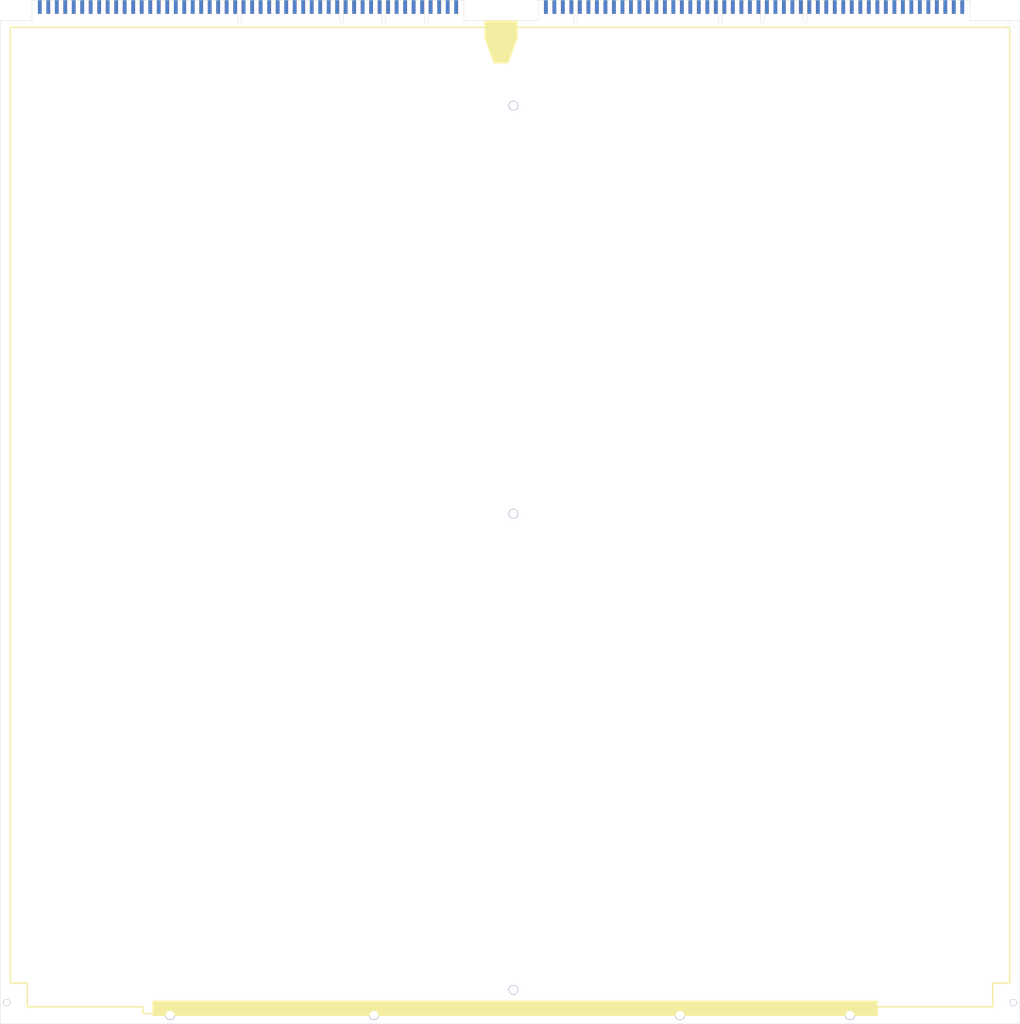
<source format=kicad_pcb>
(kicad_pcb (version 20171130) (host pcbnew "(5.1.2)-1")

  (general
    (thickness 1.6)
    (drawings 68)
    (tracks 9)
    (zones 0)
    (modules 1)
    (nets 201)
  )

  (page A2 portrait)
  (layers
    (0 F.Cu signal)
    (31 B.Cu signal)
    (32 B.Adhes user)
    (33 F.Adhes user)
    (34 B.Paste user)
    (35 F.Paste user)
    (36 B.SilkS user)
    (37 F.SilkS user)
    (38 B.Mask user)
    (39 F.Mask user)
    (40 Dwgs.User user)
    (41 Cmts.User user)
    (42 Eco1.User user)
    (43 Eco2.User user)
    (44 Edge.Cuts user)
    (45 Margin user)
    (46 B.CrtYd user)
    (47 F.CrtYd user)
    (48 B.Fab user)
    (49 F.Fab user)
  )

  (setup
    (last_trace_width 0.25)
    (trace_clearance 0.2)
    (zone_clearance 0.508)
    (zone_45_only no)
    (trace_min 0.2)
    (via_size 0.8)
    (via_drill 0.4)
    (via_min_size 0.4)
    (via_min_drill 0.3)
    (uvia_size 0.3)
    (uvia_drill 0.1)
    (uvias_allowed no)
    (uvia_min_size 0.2)
    (uvia_min_drill 0.1)
    (edge_width 0.05)
    (segment_width 0.2)
    (pcb_text_width 0.3)
    (pcb_text_size 1.5 1.5)
    (mod_edge_width 0.12)
    (mod_text_size 1 1)
    (mod_text_width 0.15)
    (pad_size 1.524 1.524)
    (pad_drill 0.762)
    (pad_to_mask_clearance 0.051)
    (solder_mask_min_width 0.25)
    (aux_axis_origin 0 0)
    (visible_elements 7FFFFFFF)
    (pcbplotparams
      (layerselection 0x010fc_ffffffff)
      (usegerberextensions false)
      (usegerberattributes false)
      (usegerberadvancedattributes false)
      (creategerberjobfile false)
      (excludeedgelayer true)
      (linewidth 0.100000)
      (plotframeref false)
      (viasonmask false)
      (mode 1)
      (useauxorigin false)
      (hpglpennumber 1)
      (hpglpenspeed 20)
      (hpglpendiameter 15.000000)
      (psnegative false)
      (psa4output false)
      (plotreference true)
      (plotvalue true)
      (plotinvisibletext false)
      (padsonsilk false)
      (subtractmaskfromsilk false)
      (outputformat 1)
      (mirror false)
      (drillshape 1)
      (scaleselection 1)
      (outputdirectory ""))
  )

  (net 0 "")
  (net 1 "Net-(U1-PadA100)")
  (net 2 "Net-(U1-PadB100)")
  (net 3 "Net-(U1-PadA99)")
  (net 4 "Net-(U1-PadB99)")
  (net 5 "Net-(U1-PadA98)")
  (net 6 "Net-(U1-PadB98)")
  (net 7 "Net-(U1-PadA97)")
  (net 8 "Net-(U1-PadB97)")
  (net 9 "Net-(U1-PadA96)")
  (net 10 "Net-(U1-PadB96)")
  (net 11 "Net-(U1-PadA95)")
  (net 12 "Net-(U1-PadB95)")
  (net 13 "Net-(U1-PadA94)")
  (net 14 "Net-(U1-PadB94)")
  (net 15 "Net-(U1-PadA93)")
  (net 16 "Net-(U1-PadB93)")
  (net 17 "Net-(U1-PadA92)")
  (net 18 "Net-(U1-PadB92)")
  (net 19 "Net-(U1-PadA91)")
  (net 20 "Net-(U1-PadB91)")
  (net 21 "Net-(U1-PadA90)")
  (net 22 "Net-(U1-PadB90)")
  (net 23 "Net-(U1-PadA89)")
  (net 24 "Net-(U1-PadB89)")
  (net 25 "Net-(U1-PadA88)")
  (net 26 "Net-(U1-PadB88)")
  (net 27 "Net-(U1-PadA87)")
  (net 28 "Net-(U1-PadB87)")
  (net 29 "Net-(U1-PadA86)")
  (net 30 "Net-(U1-PadB86)")
  (net 31 "Net-(U1-PadA85)")
  (net 32 "Net-(U1-PadB85)")
  (net 33 "Net-(U1-PadA84)")
  (net 34 "Net-(U1-PadB84)")
  (net 35 "Net-(U1-PadA83)")
  (net 36 "Net-(U1-PadB83)")
  (net 37 "Net-(U1-PadA82)")
  (net 38 "Net-(U1-PadB82)")
  (net 39 "Net-(U1-PadA81)")
  (net 40 "Net-(U1-PadB81)")
  (net 41 "Net-(U1-PadA80)")
  (net 42 "Net-(U1-PadB80)")
  (net 43 "Net-(U1-PadA79)")
  (net 44 "Net-(U1-PadB79)")
  (net 45 "Net-(U1-PadA78)")
  (net 46 "Net-(U1-PadB78)")
  (net 47 "Net-(U1-PadA77)")
  (net 48 "Net-(U1-PadB77)")
  (net 49 "Net-(U1-PadA76)")
  (net 50 "Net-(U1-PadB76)")
  (net 51 "Net-(U1-PadA75)")
  (net 52 "Net-(U1-PadB75)")
  (net 53 "Net-(U1-PadA74)")
  (net 54 "Net-(U1-PadB74)")
  (net 55 "Net-(U1-PadA73)")
  (net 56 "Net-(U1-PadB73)")
  (net 57 "Net-(U1-PadA72)")
  (net 58 "Net-(U1-PadB72)")
  (net 59 "Net-(U1-PadA71)")
  (net 60 "Net-(U1-PadB71)")
  (net 61 "Net-(U1-PadA70)")
  (net 62 "Net-(U1-PadB70)")
  (net 63 "Net-(U1-PadA69)")
  (net 64 "Net-(U1-PadB69)")
  (net 65 "Net-(U1-PadA68)")
  (net 66 "Net-(U1-PadB68)")
  (net 67 "Net-(U1-PadA67)")
  (net 68 "Net-(U1-PadB67)")
  (net 69 "Net-(U1-PadA66)")
  (net 70 "Net-(U1-PadB66)")
  (net 71 "Net-(U1-PadA65)")
  (net 72 "Net-(U1-PadB65)")
  (net 73 "Net-(U1-PadA64)")
  (net 74 "Net-(U1-PadB64)")
  (net 75 "Net-(U1-PadA63)")
  (net 76 "Net-(U1-PadB63)")
  (net 77 "Net-(U1-PadA62)")
  (net 78 "Net-(U1-PadB62)")
  (net 79 "Net-(U1-PadA61)")
  (net 80 "Net-(U1-PadB61)")
  (net 81 "Net-(U1-PadA60)")
  (net 82 "Net-(U1-PadB60)")
  (net 83 "Net-(U1-PadA59)")
  (net 84 "Net-(U1-PadB59)")
  (net 85 "Net-(U1-PadA58)")
  (net 86 "Net-(U1-PadB58)")
  (net 87 "Net-(U1-PadA57)")
  (net 88 "Net-(U1-PadB57)")
  (net 89 "Net-(U1-PadA56)")
  (net 90 "Net-(U1-PadB56)")
  (net 91 "Net-(U1-PadA55)")
  (net 92 "Net-(U1-PadB55)")
  (net 93 "Net-(U1-PadA54)")
  (net 94 "Net-(U1-PadB54)")
  (net 95 "Net-(U1-PadA53)")
  (net 96 "Net-(U1-PadB53)")
  (net 97 "Net-(U1-PadA52)")
  (net 98 "Net-(U1-PadB52)")
  (net 99 "Net-(U1-PadA51)")
  (net 100 "Net-(U1-PadB51)")
  (net 101 "Net-(U1-PadA50)")
  (net 102 "Net-(U1-PadB50)")
  (net 103 "Net-(U1-PadA49)")
  (net 104 "Net-(U1-PadB49)")
  (net 105 "Net-(U1-PadA48)")
  (net 106 "Net-(U1-PadB48)")
  (net 107 "Net-(U1-PadA47)")
  (net 108 "Net-(U1-PadB47)")
  (net 109 "Net-(U1-PadA46)")
  (net 110 "Net-(U1-PadB46)")
  (net 111 "Net-(U1-PadA45)")
  (net 112 "Net-(U1-PadB45)")
  (net 113 "Net-(U1-PadA44)")
  (net 114 "Net-(U1-PadB44)")
  (net 115 "Net-(U1-PadA43)")
  (net 116 "Net-(U1-PadB43)")
  (net 117 "Net-(U1-PadA42)")
  (net 118 "Net-(U1-PadB42)")
  (net 119 "Net-(U1-PadA41)")
  (net 120 "Net-(U1-PadB41)")
  (net 121 "Net-(U1-PadA40)")
  (net 122 "Net-(U1-PadB40)")
  (net 123 "Net-(U1-PadA39)")
  (net 124 "Net-(U1-PadB39)")
  (net 125 "Net-(U1-PadA38)")
  (net 126 "Net-(U1-PadB38)")
  (net 127 "Net-(U1-PadA37)")
  (net 128 "Net-(U1-PadB37)")
  (net 129 "Net-(U1-PadA36)")
  (net 130 "Net-(U1-PadB36)")
  (net 131 "Net-(U1-PadA35)")
  (net 132 "Net-(U1-PadB35)")
  (net 133 "Net-(U1-PadA34)")
  (net 134 "Net-(U1-PadB34)")
  (net 135 "Net-(U1-PadA33)")
  (net 136 "Net-(U1-PadB33)")
  (net 137 "Net-(U1-PadA32)")
  (net 138 "Net-(U1-PadB32)")
  (net 139 "Net-(U1-PadA31)")
  (net 140 "Net-(U1-PadB31)")
  (net 141 "Net-(U1-PadA30)")
  (net 142 "Net-(U1-PadB30)")
  (net 143 "Net-(U1-PadA29)")
  (net 144 "Net-(U1-PadB29)")
  (net 145 "Net-(U1-PadA28)")
  (net 146 "Net-(U1-PadB28)")
  (net 147 "Net-(U1-PadA27)")
  (net 148 "Net-(U1-PadB27)")
  (net 149 "Net-(U1-PadA26)")
  (net 150 "Net-(U1-PadB26)")
  (net 151 "Net-(U1-PadA25)")
  (net 152 "Net-(U1-PadB25)")
  (net 153 "Net-(U1-PadA24)")
  (net 154 "Net-(U1-PadB24)")
  (net 155 "Net-(U1-PadA23)")
  (net 156 "Net-(U1-PadB23)")
  (net 157 "Net-(U1-PadA22)")
  (net 158 "Net-(U1-PadB22)")
  (net 159 "Net-(U1-PadA21)")
  (net 160 "Net-(U1-PadB21)")
  (net 161 "Net-(U1-PadA20)")
  (net 162 "Net-(U1-PadB20)")
  (net 163 "Net-(U1-PadA19)")
  (net 164 "Net-(U1-PadB19)")
  (net 165 "Net-(U1-PadA18)")
  (net 166 "Net-(U1-PadB18)")
  (net 167 "Net-(U1-PadA17)")
  (net 168 "Net-(U1-PadB17)")
  (net 169 "Net-(U1-PadA16)")
  (net 170 "Net-(U1-PadB16)")
  (net 171 "Net-(U1-PadA15)")
  (net 172 "Net-(U1-PadB15)")
  (net 173 "Net-(U1-PadA14)")
  (net 174 "Net-(U1-PadB14)")
  (net 175 "Net-(U1-PadA13)")
  (net 176 "Net-(U1-PadB13)")
  (net 177 "Net-(U1-PadA12)")
  (net 178 "Net-(U1-PadB12)")
  (net 179 "Net-(U1-PadA11)")
  (net 180 "Net-(U1-PadB11)")
  (net 181 "Net-(U1-PadA10)")
  (net 182 "Net-(U1-PadB10)")
  (net 183 "Net-(U1-PadA9)")
  (net 184 "Net-(U1-PadB9)")
  (net 185 "Net-(U1-PadA8)")
  (net 186 "Net-(U1-PadB8)")
  (net 187 "Net-(U1-PadA7)")
  (net 188 "Net-(U1-PadB7)")
  (net 189 "Net-(U1-PadA6)")
  (net 190 "Net-(U1-PadB6)")
  (net 191 "Net-(U1-PadA5)")
  (net 192 "Net-(U1-PadB5)")
  (net 193 "Net-(U1-PadA4)")
  (net 194 "Net-(U1-PadB4)")
  (net 195 "Net-(U1-PadA3)")
  (net 196 "Net-(U1-PadB3)")
  (net 197 "Net-(U1-PadA2)")
  (net 198 "Net-(U1-PadB2)")
  (net 199 "Net-(U1-PadA1)")
  (net 200 "Net-(U1-PadB1)")

  (net_class Default "This is the default net class."
    (clearance 0.2)
    (trace_width 0.25)
    (via_dia 0.8)
    (via_drill 0.4)
    (uvia_dia 0.3)
    (uvia_drill 0.1)
    (add_net "Net-(U1-PadA1)")
    (add_net "Net-(U1-PadA10)")
    (add_net "Net-(U1-PadA100)")
    (add_net "Net-(U1-PadA11)")
    (add_net "Net-(U1-PadA12)")
    (add_net "Net-(U1-PadA13)")
    (add_net "Net-(U1-PadA14)")
    (add_net "Net-(U1-PadA15)")
    (add_net "Net-(U1-PadA16)")
    (add_net "Net-(U1-PadA17)")
    (add_net "Net-(U1-PadA18)")
    (add_net "Net-(U1-PadA19)")
    (add_net "Net-(U1-PadA2)")
    (add_net "Net-(U1-PadA20)")
    (add_net "Net-(U1-PadA21)")
    (add_net "Net-(U1-PadA22)")
    (add_net "Net-(U1-PadA23)")
    (add_net "Net-(U1-PadA24)")
    (add_net "Net-(U1-PadA25)")
    (add_net "Net-(U1-PadA26)")
    (add_net "Net-(U1-PadA27)")
    (add_net "Net-(U1-PadA28)")
    (add_net "Net-(U1-PadA29)")
    (add_net "Net-(U1-PadA3)")
    (add_net "Net-(U1-PadA30)")
    (add_net "Net-(U1-PadA31)")
    (add_net "Net-(U1-PadA32)")
    (add_net "Net-(U1-PadA33)")
    (add_net "Net-(U1-PadA34)")
    (add_net "Net-(U1-PadA35)")
    (add_net "Net-(U1-PadA36)")
    (add_net "Net-(U1-PadA37)")
    (add_net "Net-(U1-PadA38)")
    (add_net "Net-(U1-PadA39)")
    (add_net "Net-(U1-PadA4)")
    (add_net "Net-(U1-PadA40)")
    (add_net "Net-(U1-PadA41)")
    (add_net "Net-(U1-PadA42)")
    (add_net "Net-(U1-PadA43)")
    (add_net "Net-(U1-PadA44)")
    (add_net "Net-(U1-PadA45)")
    (add_net "Net-(U1-PadA46)")
    (add_net "Net-(U1-PadA47)")
    (add_net "Net-(U1-PadA48)")
    (add_net "Net-(U1-PadA49)")
    (add_net "Net-(U1-PadA5)")
    (add_net "Net-(U1-PadA50)")
    (add_net "Net-(U1-PadA51)")
    (add_net "Net-(U1-PadA52)")
    (add_net "Net-(U1-PadA53)")
    (add_net "Net-(U1-PadA54)")
    (add_net "Net-(U1-PadA55)")
    (add_net "Net-(U1-PadA56)")
    (add_net "Net-(U1-PadA57)")
    (add_net "Net-(U1-PadA58)")
    (add_net "Net-(U1-PadA59)")
    (add_net "Net-(U1-PadA6)")
    (add_net "Net-(U1-PadA60)")
    (add_net "Net-(U1-PadA61)")
    (add_net "Net-(U1-PadA62)")
    (add_net "Net-(U1-PadA63)")
    (add_net "Net-(U1-PadA64)")
    (add_net "Net-(U1-PadA65)")
    (add_net "Net-(U1-PadA66)")
    (add_net "Net-(U1-PadA67)")
    (add_net "Net-(U1-PadA68)")
    (add_net "Net-(U1-PadA69)")
    (add_net "Net-(U1-PadA7)")
    (add_net "Net-(U1-PadA70)")
    (add_net "Net-(U1-PadA71)")
    (add_net "Net-(U1-PadA72)")
    (add_net "Net-(U1-PadA73)")
    (add_net "Net-(U1-PadA74)")
    (add_net "Net-(U1-PadA75)")
    (add_net "Net-(U1-PadA76)")
    (add_net "Net-(U1-PadA77)")
    (add_net "Net-(U1-PadA78)")
    (add_net "Net-(U1-PadA79)")
    (add_net "Net-(U1-PadA8)")
    (add_net "Net-(U1-PadA80)")
    (add_net "Net-(U1-PadA81)")
    (add_net "Net-(U1-PadA82)")
    (add_net "Net-(U1-PadA83)")
    (add_net "Net-(U1-PadA84)")
    (add_net "Net-(U1-PadA85)")
    (add_net "Net-(U1-PadA86)")
    (add_net "Net-(U1-PadA87)")
    (add_net "Net-(U1-PadA88)")
    (add_net "Net-(U1-PadA89)")
    (add_net "Net-(U1-PadA9)")
    (add_net "Net-(U1-PadA90)")
    (add_net "Net-(U1-PadA91)")
    (add_net "Net-(U1-PadA92)")
    (add_net "Net-(U1-PadA93)")
    (add_net "Net-(U1-PadA94)")
    (add_net "Net-(U1-PadA95)")
    (add_net "Net-(U1-PadA96)")
    (add_net "Net-(U1-PadA97)")
    (add_net "Net-(U1-PadA98)")
    (add_net "Net-(U1-PadA99)")
    (add_net "Net-(U1-PadB1)")
    (add_net "Net-(U1-PadB10)")
    (add_net "Net-(U1-PadB100)")
    (add_net "Net-(U1-PadB11)")
    (add_net "Net-(U1-PadB12)")
    (add_net "Net-(U1-PadB13)")
    (add_net "Net-(U1-PadB14)")
    (add_net "Net-(U1-PadB15)")
    (add_net "Net-(U1-PadB16)")
    (add_net "Net-(U1-PadB17)")
    (add_net "Net-(U1-PadB18)")
    (add_net "Net-(U1-PadB19)")
    (add_net "Net-(U1-PadB2)")
    (add_net "Net-(U1-PadB20)")
    (add_net "Net-(U1-PadB21)")
    (add_net "Net-(U1-PadB22)")
    (add_net "Net-(U1-PadB23)")
    (add_net "Net-(U1-PadB24)")
    (add_net "Net-(U1-PadB25)")
    (add_net "Net-(U1-PadB26)")
    (add_net "Net-(U1-PadB27)")
    (add_net "Net-(U1-PadB28)")
    (add_net "Net-(U1-PadB29)")
    (add_net "Net-(U1-PadB3)")
    (add_net "Net-(U1-PadB30)")
    (add_net "Net-(U1-PadB31)")
    (add_net "Net-(U1-PadB32)")
    (add_net "Net-(U1-PadB33)")
    (add_net "Net-(U1-PadB34)")
    (add_net "Net-(U1-PadB35)")
    (add_net "Net-(U1-PadB36)")
    (add_net "Net-(U1-PadB37)")
    (add_net "Net-(U1-PadB38)")
    (add_net "Net-(U1-PadB39)")
    (add_net "Net-(U1-PadB4)")
    (add_net "Net-(U1-PadB40)")
    (add_net "Net-(U1-PadB41)")
    (add_net "Net-(U1-PadB42)")
    (add_net "Net-(U1-PadB43)")
    (add_net "Net-(U1-PadB44)")
    (add_net "Net-(U1-PadB45)")
    (add_net "Net-(U1-PadB46)")
    (add_net "Net-(U1-PadB47)")
    (add_net "Net-(U1-PadB48)")
    (add_net "Net-(U1-PadB49)")
    (add_net "Net-(U1-PadB5)")
    (add_net "Net-(U1-PadB50)")
    (add_net "Net-(U1-PadB51)")
    (add_net "Net-(U1-PadB52)")
    (add_net "Net-(U1-PadB53)")
    (add_net "Net-(U1-PadB54)")
    (add_net "Net-(U1-PadB55)")
    (add_net "Net-(U1-PadB56)")
    (add_net "Net-(U1-PadB57)")
    (add_net "Net-(U1-PadB58)")
    (add_net "Net-(U1-PadB59)")
    (add_net "Net-(U1-PadB6)")
    (add_net "Net-(U1-PadB60)")
    (add_net "Net-(U1-PadB61)")
    (add_net "Net-(U1-PadB62)")
    (add_net "Net-(U1-PadB63)")
    (add_net "Net-(U1-PadB64)")
    (add_net "Net-(U1-PadB65)")
    (add_net "Net-(U1-PadB66)")
    (add_net "Net-(U1-PadB67)")
    (add_net "Net-(U1-PadB68)")
    (add_net "Net-(U1-PadB69)")
    (add_net "Net-(U1-PadB7)")
    (add_net "Net-(U1-PadB70)")
    (add_net "Net-(U1-PadB71)")
    (add_net "Net-(U1-PadB72)")
    (add_net "Net-(U1-PadB73)")
    (add_net "Net-(U1-PadB74)")
    (add_net "Net-(U1-PadB75)")
    (add_net "Net-(U1-PadB76)")
    (add_net "Net-(U1-PadB77)")
    (add_net "Net-(U1-PadB78)")
    (add_net "Net-(U1-PadB79)")
    (add_net "Net-(U1-PadB8)")
    (add_net "Net-(U1-PadB80)")
    (add_net "Net-(U1-PadB81)")
    (add_net "Net-(U1-PadB82)")
    (add_net "Net-(U1-PadB83)")
    (add_net "Net-(U1-PadB84)")
    (add_net "Net-(U1-PadB85)")
    (add_net "Net-(U1-PadB86)")
    (add_net "Net-(U1-PadB87)")
    (add_net "Net-(U1-PadB88)")
    (add_net "Net-(U1-PadB89)")
    (add_net "Net-(U1-PadB9)")
    (add_net "Net-(U1-PadB90)")
    (add_net "Net-(U1-PadB91)")
    (add_net "Net-(U1-PadB92)")
    (add_net "Net-(U1-PadB93)")
    (add_net "Net-(U1-PadB94)")
    (add_net "Net-(U1-PadB95)")
    (add_net "Net-(U1-PadB96)")
    (add_net "Net-(U1-PadB97)")
    (add_net "Net-(U1-PadB98)")
    (add_net "Net-(U1-PadB99)")
  )

  (module DG-library:DG_Bus (layer F.Cu) (tedit 5E6E1945) (tstamp 5E6EAA89)
    (at 382.2962 92.38)
    (path /5E71E234)
    (fp_text reference U1 (at -2 5) (layer F.Fab)
      (effects (font (size 1 1) (thickness 0.15)))
    )
    (fp_text value DG_Bus (at -7.5 5) (layer F.Fab)
      (effects (font (size 1 1) (thickness 0.15)))
    )
    (pad B1 connect rect (at -189.1284 0) (size 1.397 5.08) (layers F.Cu F.Mask)
      (net 200 "Net-(U1-PadB1)"))
    (pad A1 connect rect (at 0 0) (size 1.397 5.08) (layers F.Cu F.Mask)
      (net 199 "Net-(U1-PadA1)"))
    (pad B2 connect rect (at -189.1284 0) (size 1.397 5.08) (layers B.Cu B.Mask)
      (net 198 "Net-(U1-PadB2)"))
    (pad A2 connect rect (at 0 0) (size 1.397 5.08) (layers B.Cu B.Mask)
      (net 197 "Net-(U1-PadA2)"))
    (pad B3 connect rect (at -192.3034 0) (size 1.397 5.08) (layers F.Cu F.Mask)
      (net 196 "Net-(U1-PadB3)"))
    (pad A3 connect rect (at -3.175 0) (size 1.397 5.08) (layers F.Cu F.Mask)
      (net 195 "Net-(U1-PadA3)"))
    (pad B4 connect rect (at -192.3034 0) (size 1.397 5.08) (layers B.Cu B.Mask)
      (net 194 "Net-(U1-PadB4)"))
    (pad A4 connect rect (at -3.175 0) (size 1.397 5.08) (layers B.Cu B.Mask)
      (net 193 "Net-(U1-PadA4)"))
    (pad B5 connect rect (at -195.4784 0) (size 1.397 5.08) (layers F.Cu F.Mask)
      (net 192 "Net-(U1-PadB5)"))
    (pad A5 connect rect (at -6.35 0) (size 1.397 5.08) (layers F.Cu F.Mask)
      (net 191 "Net-(U1-PadA5)"))
    (pad B6 connect rect (at -195.4784 0) (size 1.397 5.08) (layers B.Cu B.Mask)
      (net 190 "Net-(U1-PadB6)"))
    (pad A6 connect rect (at -6.35 0) (size 1.397 5.08) (layers B.Cu B.Mask)
      (net 189 "Net-(U1-PadA6)"))
    (pad B7 connect rect (at -198.6534 0) (size 1.397 5.08) (layers F.Cu F.Mask)
      (net 188 "Net-(U1-PadB7)"))
    (pad A7 connect rect (at -9.525 0) (size 1.397 5.08) (layers F.Cu F.Mask)
      (net 187 "Net-(U1-PadA7)"))
    (pad B8 connect rect (at -198.6534 0) (size 1.397 5.08) (layers B.Cu B.Mask)
      (net 186 "Net-(U1-PadB8)"))
    (pad A8 connect rect (at -9.525 0) (size 1.397 5.08) (layers B.Cu B.Mask)
      (net 185 "Net-(U1-PadA8)"))
    (pad B9 connect rect (at -201.8284 0) (size 1.397 5.08) (layers F.Cu F.Mask)
      (net 184 "Net-(U1-PadB9)"))
    (pad A9 connect rect (at -12.7 0) (size 1.397 5.08) (layers F.Cu F.Mask)
      (net 183 "Net-(U1-PadA9)"))
    (pad B10 connect rect (at -201.8284 0) (size 1.397 5.08) (layers B.Cu B.Mask)
      (net 182 "Net-(U1-PadB10)"))
    (pad A10 connect rect (at -12.7 0) (size 1.397 5.08) (layers B.Cu B.Mask)
      (net 181 "Net-(U1-PadA10)"))
    (pad B11 connect rect (at -205.0034 0) (size 1.397 5.08) (layers F.Cu F.Mask)
      (net 180 "Net-(U1-PadB11)"))
    (pad A11 connect rect (at -15.875 0) (size 1.397 5.08) (layers F.Cu F.Mask)
      (net 179 "Net-(U1-PadA11)"))
    (pad B12 connect rect (at -205.0034 0) (size 1.397 5.08) (layers B.Cu B.Mask)
      (net 178 "Net-(U1-PadB12)"))
    (pad A12 connect rect (at -15.875 0) (size 1.397 5.08) (layers B.Cu B.Mask)
      (net 177 "Net-(U1-PadA12)"))
    (pad B13 connect rect (at -208.1784 0) (size 1.397 5.08) (layers F.Cu F.Mask)
      (net 176 "Net-(U1-PadB13)"))
    (pad A13 connect rect (at -19.05 0) (size 1.397 5.08) (layers F.Cu F.Mask)
      (net 175 "Net-(U1-PadA13)"))
    (pad B14 connect rect (at -208.1784 0) (size 1.397 5.08) (layers B.Cu B.Mask)
      (net 174 "Net-(U1-PadB14)"))
    (pad A14 connect rect (at -19.05 0) (size 1.397 5.08) (layers B.Cu B.Mask)
      (net 173 "Net-(U1-PadA14)"))
    (pad B15 connect rect (at -211.3534 0) (size 1.397 5.08) (layers F.Cu F.Mask)
      (net 172 "Net-(U1-PadB15)"))
    (pad A15 connect rect (at -22.225 0) (size 1.397 5.08) (layers F.Cu F.Mask)
      (net 171 "Net-(U1-PadA15)"))
    (pad B16 connect rect (at -211.3534 0) (size 1.397 5.08) (layers B.Cu B.Mask)
      (net 170 "Net-(U1-PadB16)"))
    (pad A16 connect rect (at -22.225 0) (size 1.397 5.08) (layers B.Cu B.Mask)
      (net 169 "Net-(U1-PadA16)"))
    (pad B17 connect rect (at -214.5284 0) (size 1.397 5.08) (layers F.Cu F.Mask)
      (net 168 "Net-(U1-PadB17)"))
    (pad A17 connect rect (at -25.4 0) (size 1.397 5.08) (layers F.Cu F.Mask)
      (net 167 "Net-(U1-PadA17)"))
    (pad B18 connect rect (at -214.5284 0) (size 1.397 5.08) (layers B.Cu B.Mask)
      (net 166 "Net-(U1-PadB18)"))
    (pad A18 connect rect (at -25.4 0) (size 1.397 5.08) (layers B.Cu B.Mask)
      (net 165 "Net-(U1-PadA18)"))
    (pad B19 connect rect (at -217.7034 0) (size 1.397 5.08) (layers F.Cu F.Mask)
      (net 164 "Net-(U1-PadB19)"))
    (pad A19 connect rect (at -28.575 0) (size 1.397 5.08) (layers F.Cu F.Mask)
      (net 163 "Net-(U1-PadA19)"))
    (pad B20 connect rect (at -217.7034 0) (size 1.397 5.08) (layers B.Cu B.Mask)
      (net 162 "Net-(U1-PadB20)"))
    (pad A20 connect rect (at -28.575 0) (size 1.397 5.08) (layers B.Cu B.Mask)
      (net 161 "Net-(U1-PadA20)"))
    (pad B21 connect rect (at -220.8784 0) (size 1.397 5.08) (layers F.Cu F.Mask)
      (net 160 "Net-(U1-PadB21)"))
    (pad A21 connect rect (at -31.75 0) (size 1.397 5.08) (layers F.Cu F.Mask)
      (net 159 "Net-(U1-PadA21)"))
    (pad B22 connect rect (at -220.8784 0) (size 1.397 5.08) (layers B.Cu B.Mask)
      (net 158 "Net-(U1-PadB22)"))
    (pad A22 connect rect (at -31.75 0) (size 1.397 5.08) (layers B.Cu B.Mask)
      (net 157 "Net-(U1-PadA22)"))
    (pad B23 connect rect (at -224.0534 0) (size 1.397 5.08) (layers F.Cu F.Mask)
      (net 156 "Net-(U1-PadB23)"))
    (pad A23 connect rect (at -34.925 0) (size 1.397 5.08) (layers F.Cu F.Mask)
      (net 155 "Net-(U1-PadA23)"))
    (pad B24 connect rect (at -224.0534 0) (size 1.397 5.08) (layers B.Cu B.Mask)
      (net 154 "Net-(U1-PadB24)"))
    (pad A24 connect rect (at -34.925 0) (size 1.397 5.08) (layers B.Cu B.Mask)
      (net 153 "Net-(U1-PadA24)"))
    (pad B25 connect rect (at -227.2284 0) (size 1.397 5.08) (layers F.Cu F.Mask)
      (net 152 "Net-(U1-PadB25)"))
    (pad A25 connect rect (at -38.1 0) (size 1.397 5.08) (layers F.Cu F.Mask)
      (net 151 "Net-(U1-PadA25)"))
    (pad B26 connect rect (at -227.2284 0) (size 1.397 5.08) (layers B.Cu B.Mask)
      (net 150 "Net-(U1-PadB26)"))
    (pad A26 connect rect (at -38.1 0) (size 1.397 5.08) (layers B.Cu B.Mask)
      (net 149 "Net-(U1-PadA26)"))
    (pad B27 connect rect (at -230.4034 0) (size 1.397 5.08) (layers F.Cu F.Mask)
      (net 148 "Net-(U1-PadB27)"))
    (pad A27 connect rect (at -41.275 0) (size 1.397 5.08) (layers F.Cu F.Mask)
      (net 147 "Net-(U1-PadA27)"))
    (pad B28 connect rect (at -230.4034 0) (size 1.397 5.08) (layers B.Cu B.Mask)
      (net 146 "Net-(U1-PadB28)"))
    (pad A28 connect rect (at -41.275 0) (size 1.397 5.08) (layers B.Cu B.Mask)
      (net 145 "Net-(U1-PadA28)"))
    (pad B29 connect rect (at -233.5784 0) (size 1.397 5.08) (layers F.Cu F.Mask)
      (net 144 "Net-(U1-PadB29)"))
    (pad A29 connect rect (at -44.45 0) (size 1.397 5.08) (layers F.Cu F.Mask)
      (net 143 "Net-(U1-PadA29)"))
    (pad B30 connect rect (at -233.5784 0) (size 1.397 5.08) (layers B.Cu B.Mask)
      (net 142 "Net-(U1-PadB30)"))
    (pad A30 connect rect (at -44.45 0) (size 1.397 5.08) (layers B.Cu B.Mask)
      (net 141 "Net-(U1-PadA30)"))
    (pad B31 connect rect (at -236.7534 0) (size 1.397 5.08) (layers F.Cu F.Mask)
      (net 140 "Net-(U1-PadB31)"))
    (pad A31 connect rect (at -47.625 0) (size 1.397 5.08) (layers F.Cu F.Mask)
      (net 139 "Net-(U1-PadA31)"))
    (pad B32 connect rect (at -236.7534 0) (size 1.397 5.08) (layers B.Cu B.Mask)
      (net 138 "Net-(U1-PadB32)"))
    (pad A32 connect rect (at -47.625 0) (size 1.397 5.08) (layers B.Cu B.Mask)
      (net 137 "Net-(U1-PadA32)"))
    (pad B33 connect rect (at -239.9284 0) (size 1.397 5.08) (layers F.Cu F.Mask)
      (net 136 "Net-(U1-PadB33)"))
    (pad A33 connect rect (at -50.8 0) (size 1.397 5.08) (layers F.Cu F.Mask)
      (net 135 "Net-(U1-PadA33)"))
    (pad B34 connect rect (at -239.9284 0) (size 1.397 5.08) (layers B.Cu B.Mask)
      (net 134 "Net-(U1-PadB34)"))
    (pad A34 connect rect (at -50.8 0) (size 1.397 5.08) (layers B.Cu B.Mask)
      (net 133 "Net-(U1-PadA34)"))
    (pad B35 connect rect (at -243.1034 0) (size 1.397 5.08) (layers F.Cu F.Mask)
      (net 132 "Net-(U1-PadB35)"))
    (pad A35 connect rect (at -53.975 0) (size 1.397 5.08) (layers F.Cu F.Mask)
      (net 131 "Net-(U1-PadA35)"))
    (pad B36 connect rect (at -243.1034 0) (size 1.397 5.08) (layers B.Cu B.Mask)
      (net 130 "Net-(U1-PadB36)"))
    (pad A36 connect rect (at -53.975 0) (size 1.397 5.08) (layers B.Cu B.Mask)
      (net 129 "Net-(U1-PadA36)"))
    (pad B37 connect rect (at -246.2784 0) (size 1.397 5.08) (layers F.Cu F.Mask)
      (net 128 "Net-(U1-PadB37)"))
    (pad A37 connect rect (at -57.15 0) (size 1.397 5.08) (layers F.Cu F.Mask)
      (net 127 "Net-(U1-PadA37)"))
    (pad B38 connect rect (at -246.2784 0) (size 1.397 5.08) (layers B.Cu B.Mask)
      (net 126 "Net-(U1-PadB38)"))
    (pad A38 connect rect (at -57.15 0) (size 1.397 5.08) (layers B.Cu B.Mask)
      (net 125 "Net-(U1-PadA38)"))
    (pad B39 connect rect (at -249.4534 0) (size 1.397 5.08) (layers F.Cu F.Mask)
      (net 124 "Net-(U1-PadB39)"))
    (pad A39 connect rect (at -60.325 0) (size 1.397 5.08) (layers F.Cu F.Mask)
      (net 123 "Net-(U1-PadA39)"))
    (pad B40 connect rect (at -249.4534 0) (size 1.397 5.08) (layers B.Cu B.Mask)
      (net 122 "Net-(U1-PadB40)"))
    (pad A40 connect rect (at -60.325 0) (size 1.397 5.08) (layers B.Cu B.Mask)
      (net 121 "Net-(U1-PadA40)"))
    (pad B41 connect rect (at -252.6284 0) (size 1.397 5.08) (layers F.Cu F.Mask)
      (net 120 "Net-(U1-PadB41)"))
    (pad A41 connect rect (at -63.5 0) (size 1.397 5.08) (layers F.Cu F.Mask)
      (net 119 "Net-(U1-PadA41)"))
    (pad B42 connect rect (at -252.6284 0) (size 1.397 5.08) (layers B.Cu B.Mask)
      (net 118 "Net-(U1-PadB42)"))
    (pad A42 connect rect (at -63.5 0) (size 1.397 5.08) (layers B.Cu B.Mask)
      (net 117 "Net-(U1-PadA42)"))
    (pad B43 connect rect (at -255.8034 0) (size 1.397 5.08) (layers F.Cu F.Mask)
      (net 116 "Net-(U1-PadB43)"))
    (pad A43 connect rect (at -66.675 0) (size 1.397 5.08) (layers F.Cu F.Mask)
      (net 115 "Net-(U1-PadA43)"))
    (pad B44 connect rect (at -255.8034 0) (size 1.397 5.08) (layers B.Cu B.Mask)
      (net 114 "Net-(U1-PadB44)"))
    (pad A44 connect rect (at -66.675 0) (size 1.397 5.08) (layers B.Cu B.Mask)
      (net 113 "Net-(U1-PadA44)"))
    (pad B45 connect rect (at -258.9784 0) (size 1.397 5.08) (layers F.Cu F.Mask)
      (net 112 "Net-(U1-PadB45)"))
    (pad A45 connect rect (at -69.85 0) (size 1.397 5.08) (layers F.Cu F.Mask)
      (net 111 "Net-(U1-PadA45)"))
    (pad B46 connect rect (at -258.9784 0) (size 1.397 5.08) (layers B.Cu B.Mask)
      (net 110 "Net-(U1-PadB46)"))
    (pad A46 connect rect (at -69.85 0) (size 1.397 5.08) (layers B.Cu B.Mask)
      (net 109 "Net-(U1-PadA46)"))
    (pad B47 connect rect (at -262.1534 0) (size 1.397 5.08) (layers F.Cu F.Mask)
      (net 108 "Net-(U1-PadB47)"))
    (pad A47 connect rect (at -73.025 0) (size 1.397 5.08) (layers F.Cu F.Mask)
      (net 107 "Net-(U1-PadA47)"))
    (pad B48 connect rect (at -262.1534 0) (size 1.397 5.08) (layers B.Cu B.Mask)
      (net 106 "Net-(U1-PadB48)"))
    (pad A48 connect rect (at -73.025 0) (size 1.397 5.08) (layers B.Cu B.Mask)
      (net 105 "Net-(U1-PadA48)"))
    (pad B49 connect rect (at -265.3284 0) (size 1.397 5.08) (layers F.Cu F.Mask)
      (net 104 "Net-(U1-PadB49)"))
    (pad A49 connect rect (at -76.2 0) (size 1.397 5.08) (layers F.Cu F.Mask)
      (net 103 "Net-(U1-PadA49)"))
    (pad B50 connect rect (at -265.3284 0) (size 1.397 5.08) (layers B.Cu B.Mask)
      (net 102 "Net-(U1-PadB50)"))
    (pad A50 connect rect (at -76.2 0) (size 1.397 5.08) (layers B.Cu B.Mask)
      (net 101 "Net-(U1-PadA50)"))
    (pad B51 connect rect (at -268.5034 0) (size 1.397 5.08) (layers F.Cu F.Mask)
      (net 100 "Net-(U1-PadB51)"))
    (pad A51 connect rect (at -79.375 0) (size 1.397 5.08) (layers F.Cu F.Mask)
      (net 99 "Net-(U1-PadA51)"))
    (pad B52 connect rect (at -268.5034 0) (size 1.397 5.08) (layers B.Cu B.Mask)
      (net 98 "Net-(U1-PadB52)"))
    (pad A52 connect rect (at -79.375 0) (size 1.397 5.08) (layers B.Cu B.Mask)
      (net 97 "Net-(U1-PadA52)"))
    (pad B53 connect rect (at -271.6784 0) (size 1.397 5.08) (layers F.Cu F.Mask)
      (net 96 "Net-(U1-PadB53)"))
    (pad A53 connect rect (at -82.55 0) (size 1.397 5.08) (layers F.Cu F.Mask)
      (net 95 "Net-(U1-PadA53)"))
    (pad B54 connect rect (at -271.6784 0) (size 1.397 5.08) (layers B.Cu B.Mask)
      (net 94 "Net-(U1-PadB54)"))
    (pad A54 connect rect (at -82.55 0) (size 1.397 5.08) (layers B.Cu B.Mask)
      (net 93 "Net-(U1-PadA54)"))
    (pad B55 connect rect (at -274.8534 0) (size 1.397 5.08) (layers F.Cu F.Mask)
      (net 92 "Net-(U1-PadB55)"))
    (pad A55 connect rect (at -85.725 0) (size 1.397 5.08) (layers F.Cu F.Mask)
      (net 91 "Net-(U1-PadA55)"))
    (pad B56 connect rect (at -274.8534 0) (size 1.397 5.08) (layers B.Cu B.Mask)
      (net 90 "Net-(U1-PadB56)"))
    (pad A56 connect rect (at -85.725 0) (size 1.397 5.08) (layers B.Cu B.Mask)
      (net 89 "Net-(U1-PadA56)"))
    (pad B57 connect rect (at -278.0284 0) (size 1.397 5.08) (layers F.Cu F.Mask)
      (net 88 "Net-(U1-PadB57)"))
    (pad A57 connect rect (at -88.9 0) (size 1.397 5.08) (layers F.Cu F.Mask)
      (net 87 "Net-(U1-PadA57)"))
    (pad B58 connect rect (at -278.0284 0) (size 1.397 5.08) (layers B.Cu B.Mask)
      (net 86 "Net-(U1-PadB58)"))
    (pad A58 connect rect (at -88.9 0) (size 1.397 5.08) (layers B.Cu B.Mask)
      (net 85 "Net-(U1-PadA58)"))
    (pad B59 connect rect (at -281.2034 0) (size 1.397 5.08) (layers F.Cu F.Mask)
      (net 84 "Net-(U1-PadB59)"))
    (pad A59 connect rect (at -92.075 0) (size 1.397 5.08) (layers F.Cu F.Mask)
      (net 83 "Net-(U1-PadA59)"))
    (pad B60 connect rect (at -281.2034 0) (size 1.397 5.08) (layers B.Cu B.Mask)
      (net 82 "Net-(U1-PadB60)"))
    (pad A60 connect rect (at -92.075 0) (size 1.397 5.08) (layers B.Cu B.Mask)
      (net 81 "Net-(U1-PadA60)"))
    (pad B61 connect rect (at -284.3784 0) (size 1.397 5.08) (layers F.Cu F.Mask)
      (net 80 "Net-(U1-PadB61)"))
    (pad A61 connect rect (at -95.25 0) (size 1.397 5.08) (layers F.Cu F.Mask)
      (net 79 "Net-(U1-PadA61)"))
    (pad B62 connect rect (at -284.3784 0) (size 1.397 5.08) (layers B.Cu B.Mask)
      (net 78 "Net-(U1-PadB62)"))
    (pad A62 connect rect (at -95.25 0) (size 1.397 5.08) (layers B.Cu B.Mask)
      (net 77 "Net-(U1-PadA62)"))
    (pad B63 connect rect (at -287.5534 0) (size 1.397 5.08) (layers F.Cu F.Mask)
      (net 76 "Net-(U1-PadB63)"))
    (pad A63 connect rect (at -98.425 0) (size 1.397 5.08) (layers F.Cu F.Mask)
      (net 75 "Net-(U1-PadA63)"))
    (pad B64 connect rect (at -287.5534 0) (size 1.397 5.08) (layers B.Cu B.Mask)
      (net 74 "Net-(U1-PadB64)"))
    (pad A64 connect rect (at -98.425 0) (size 1.397 5.08) (layers B.Cu B.Mask)
      (net 73 "Net-(U1-PadA64)"))
    (pad B65 connect rect (at -290.7284 0) (size 1.397 5.08) (layers F.Cu F.Mask)
      (net 72 "Net-(U1-PadB65)"))
    (pad A65 connect rect (at -101.6 0) (size 1.397 5.08) (layers F.Cu F.Mask)
      (net 71 "Net-(U1-PadA65)"))
    (pad B66 connect rect (at -290.7284 0) (size 1.397 5.08) (layers B.Cu B.Mask)
      (net 70 "Net-(U1-PadB66)"))
    (pad A66 connect rect (at -101.6 0) (size 1.397 5.08) (layers B.Cu B.Mask)
      (net 69 "Net-(U1-PadA66)"))
    (pad B67 connect rect (at -293.9034 0) (size 1.397 5.08) (layers F.Cu F.Mask)
      (net 68 "Net-(U1-PadB67)"))
    (pad A67 connect rect (at -104.775 0) (size 1.397 5.08) (layers F.Cu F.Mask)
      (net 67 "Net-(U1-PadA67)"))
    (pad B68 connect rect (at -293.9034 0) (size 1.397 5.08) (layers B.Cu B.Mask)
      (net 66 "Net-(U1-PadB68)"))
    (pad A68 connect rect (at -104.775 0) (size 1.397 5.08) (layers B.Cu B.Mask)
      (net 65 "Net-(U1-PadA68)"))
    (pad B69 connect rect (at -297.0784 0) (size 1.397 5.08) (layers F.Cu F.Mask)
      (net 64 "Net-(U1-PadB69)"))
    (pad A69 connect rect (at -107.95 0) (size 1.397 5.08) (layers F.Cu F.Mask)
      (net 63 "Net-(U1-PadA69)"))
    (pad B70 connect rect (at -297.0784 0) (size 1.397 5.08) (layers B.Cu B.Mask)
      (net 62 "Net-(U1-PadB70)"))
    (pad A70 connect rect (at -107.95 0) (size 1.397 5.08) (layers B.Cu B.Mask)
      (net 61 "Net-(U1-PadA70)"))
    (pad B71 connect rect (at -300.2534 0) (size 1.397 5.08) (layers F.Cu F.Mask)
      (net 60 "Net-(U1-PadB71)"))
    (pad A71 connect rect (at -111.125 0) (size 1.397 5.08) (layers F.Cu F.Mask)
      (net 59 "Net-(U1-PadA71)"))
    (pad B72 connect rect (at -300.2534 0) (size 1.397 5.08) (layers B.Cu B.Mask)
      (net 58 "Net-(U1-PadB72)"))
    (pad A72 connect rect (at -111.125 0) (size 1.397 5.08) (layers B.Cu B.Mask)
      (net 57 "Net-(U1-PadA72)"))
    (pad B73 connect rect (at -303.4284 0) (size 1.397 5.08) (layers F.Cu F.Mask)
      (net 56 "Net-(U1-PadB73)"))
    (pad A73 connect rect (at -114.3 0) (size 1.397 5.08) (layers F.Cu F.Mask)
      (net 55 "Net-(U1-PadA73)"))
    (pad B74 connect rect (at -303.4284 0) (size 1.397 5.08) (layers B.Cu B.Mask)
      (net 54 "Net-(U1-PadB74)"))
    (pad A74 connect rect (at -114.3 0) (size 1.397 5.08) (layers B.Cu B.Mask)
      (net 53 "Net-(U1-PadA74)"))
    (pad B75 connect rect (at -306.6034 0) (size 1.397 5.08) (layers F.Cu F.Mask)
      (net 52 "Net-(U1-PadB75)"))
    (pad A75 connect rect (at -117.475 0) (size 1.397 5.08) (layers F.Cu F.Mask)
      (net 51 "Net-(U1-PadA75)"))
    (pad B76 connect rect (at -306.6034 0) (size 1.397 5.08) (layers B.Cu B.Mask)
      (net 50 "Net-(U1-PadB76)"))
    (pad A76 connect rect (at -117.475 0) (size 1.397 5.08) (layers B.Cu B.Mask)
      (net 49 "Net-(U1-PadA76)"))
    (pad B77 connect rect (at -309.7784 0) (size 1.397 5.08) (layers F.Cu F.Mask)
      (net 48 "Net-(U1-PadB77)"))
    (pad A77 connect rect (at -120.65 0) (size 1.397 5.08) (layers F.Cu F.Mask)
      (net 47 "Net-(U1-PadA77)"))
    (pad B78 connect rect (at -309.7784 0) (size 1.397 5.08) (layers B.Cu B.Mask)
      (net 46 "Net-(U1-PadB78)"))
    (pad A78 connect rect (at -120.65 0) (size 1.397 5.08) (layers B.Cu B.Mask)
      (net 45 "Net-(U1-PadA78)"))
    (pad B79 connect rect (at -312.9534 0) (size 1.397 5.08) (layers F.Cu F.Mask)
      (net 44 "Net-(U1-PadB79)"))
    (pad A79 connect rect (at -123.825 0) (size 1.397 5.08) (layers F.Cu F.Mask)
      (net 43 "Net-(U1-PadA79)"))
    (pad B80 connect rect (at -312.9534 0) (size 1.397 5.08) (layers B.Cu B.Mask)
      (net 42 "Net-(U1-PadB80)"))
    (pad A80 connect rect (at -123.825 0) (size 1.397 5.08) (layers B.Cu B.Mask)
      (net 41 "Net-(U1-PadA80)"))
    (pad B81 connect rect (at -316.1284 0) (size 1.397 5.08) (layers F.Cu F.Mask)
      (net 40 "Net-(U1-PadB81)"))
    (pad A81 connect rect (at -127 0) (size 1.397 5.08) (layers F.Cu F.Mask)
      (net 39 "Net-(U1-PadA81)"))
    (pad B82 connect rect (at -316.1284 0) (size 1.397 5.08) (layers B.Cu B.Mask)
      (net 38 "Net-(U1-PadB82)"))
    (pad A82 connect rect (at -127 0) (size 1.397 5.08) (layers B.Cu B.Mask)
      (net 37 "Net-(U1-PadA82)"))
    (pad B83 connect rect (at -319.3034 0) (size 1.397 5.08) (layers F.Cu F.Mask)
      (net 36 "Net-(U1-PadB83)"))
    (pad A83 connect rect (at -130.175 0) (size 1.397 5.08) (layers F.Cu F.Mask)
      (net 35 "Net-(U1-PadA83)"))
    (pad B84 connect rect (at -319.3034 0) (size 1.397 5.08) (layers B.Cu B.Mask)
      (net 34 "Net-(U1-PadB84)"))
    (pad A84 connect rect (at -130.175 0) (size 1.397 5.08) (layers B.Cu B.Mask)
      (net 33 "Net-(U1-PadA84)"))
    (pad B85 connect rect (at -322.4784 0) (size 1.397 5.08) (layers F.Cu F.Mask)
      (net 32 "Net-(U1-PadB85)"))
    (pad A85 connect rect (at -133.35 0) (size 1.397 5.08) (layers F.Cu F.Mask)
      (net 31 "Net-(U1-PadA85)"))
    (pad B86 connect rect (at -322.4784 0) (size 1.397 5.08) (layers B.Cu B.Mask)
      (net 30 "Net-(U1-PadB86)"))
    (pad A86 connect rect (at -133.35 0) (size 1.397 5.08) (layers B.Cu B.Mask)
      (net 29 "Net-(U1-PadA86)"))
    (pad B87 connect rect (at -325.6534 0) (size 1.397 5.08) (layers F.Cu F.Mask)
      (net 28 "Net-(U1-PadB87)"))
    (pad A87 connect rect (at -136.525 0) (size 1.397 5.08) (layers F.Cu F.Mask)
      (net 27 "Net-(U1-PadA87)"))
    (pad B88 connect rect (at -325.6534 0) (size 1.397 5.08) (layers B.Cu B.Mask)
      (net 26 "Net-(U1-PadB88)"))
    (pad A88 connect rect (at -136.525 0) (size 1.397 5.08) (layers B.Cu B.Mask)
      (net 25 "Net-(U1-PadA88)"))
    (pad B89 connect rect (at -328.8284 0) (size 1.397 5.08) (layers F.Cu F.Mask)
      (net 24 "Net-(U1-PadB89)"))
    (pad A89 connect rect (at -139.7 0) (size 1.397 5.08) (layers F.Cu F.Mask)
      (net 23 "Net-(U1-PadA89)"))
    (pad B90 connect rect (at -328.8284 0) (size 1.397 5.08) (layers B.Cu B.Mask)
      (net 22 "Net-(U1-PadB90)"))
    (pad A90 connect rect (at -139.7 0) (size 1.397 5.08) (layers B.Cu B.Mask)
      (net 21 "Net-(U1-PadA90)"))
    (pad B91 connect rect (at -332.0034 0) (size 1.397 5.08) (layers F.Cu F.Mask)
      (net 20 "Net-(U1-PadB91)"))
    (pad A91 connect rect (at -142.875 0) (size 1.397 5.08) (layers F.Cu F.Mask)
      (net 19 "Net-(U1-PadA91)"))
    (pad B92 connect rect (at -332.0034 0) (size 1.397 5.08) (layers B.Cu B.Mask)
      (net 18 "Net-(U1-PadB92)"))
    (pad A92 connect rect (at -142.875 0) (size 1.397 5.08) (layers B.Cu B.Mask)
      (net 17 "Net-(U1-PadA92)"))
    (pad B93 connect rect (at -335.1784 0) (size 1.397 5.08) (layers F.Cu F.Mask)
      (net 16 "Net-(U1-PadB93)"))
    (pad A93 connect rect (at -146.05 0) (size 1.397 5.08) (layers F.Cu F.Mask)
      (net 15 "Net-(U1-PadA93)"))
    (pad B94 connect rect (at -335.1784 0) (size 1.397 5.08) (layers B.Cu B.Mask)
      (net 14 "Net-(U1-PadB94)"))
    (pad A94 connect rect (at -146.05 0) (size 1.397 5.08) (layers B.Cu B.Mask)
      (net 13 "Net-(U1-PadA94)"))
    (pad B95 connect rect (at -338.3534 0) (size 1.397 5.08) (layers F.Cu F.Mask)
      (net 12 "Net-(U1-PadB95)"))
    (pad A95 connect rect (at -149.225 0) (size 1.397 5.08) (layers F.Cu F.Mask)
      (net 11 "Net-(U1-PadA95)"))
    (pad B96 connect rect (at -338.3534 0) (size 1.397 5.08) (layers B.Cu B.Mask)
      (net 10 "Net-(U1-PadB96)"))
    (pad A96 connect rect (at -149.225 0) (size 1.397 5.08) (layers B.Cu B.Mask)
      (net 9 "Net-(U1-PadA96)"))
    (pad B97 connect rect (at -341.5284 0) (size 1.397 5.08) (layers F.Cu F.Mask)
      (net 8 "Net-(U1-PadB97)"))
    (pad A97 connect rect (at -152.4 0) (size 1.397 5.08) (layers F.Cu F.Mask)
      (net 7 "Net-(U1-PadA97)"))
    (pad B98 connect rect (at -341.5284 0) (size 1.397 5.08) (layers B.Cu B.Mask)
      (net 6 "Net-(U1-PadB98)"))
    (pad A98 connect rect (at -152.4 0) (size 1.397 5.08) (layers B.Cu B.Mask)
      (net 5 "Net-(U1-PadA98)"))
    (pad B99 connect rect (at -344.7034 0) (size 1.397 5.08) (layers F.Cu F.Mask)
      (net 4 "Net-(U1-PadB99)"))
    (pad A99 connect rect (at -155.575 0) (size 1.397 5.08) (layers F.Cu F.Mask)
      (net 3 "Net-(U1-PadA99)"))
    (pad B100 connect rect (at -344.7034 0) (size 1.397 5.08) (layers B.Cu B.Mask)
      (net 2 "Net-(U1-PadB100)"))
    (pad A100 connect rect (at -155.575 0) (size 1.397 5.08) (layers B.Cu B.Mask)
      (net 1 "Net-(U1-PadA100)"))
  )

  (gr_poly (pts (xy 79.96 463.728) (xy 350.47 463.728) (xy 350.47 468.935) (xy 79.96 468.935)) (layer F.SilkS) (width 0.1))
  (gr_line (start 350.47 468.935) (end 79.96 468.935) (layer F.SilkS) (width 0.5) (tstamp 5E6EAFF1))
  (gr_line (start 79.96 463.728) (end 350.47 463.728) (layer F.SilkS) (width 0.5) (tstamp 5E6EAFF0))
  (gr_line (start 79.96 463.728) (end 79.96 468.935) (layer F.SilkS) (width 0.5) (tstamp 5E6EAFEC))
  (gr_line (start 350.47 463.728) (end 350.47 468.935) (layer F.SilkS) (width 0.5))
  (gr_line (start 26.62 456.87) (end 26.62 100) (layer F.SilkS) (width 0.5) (tstamp 5E6EAF92))
  (gr_line (start 76.15 468.3) (end 350.47 468.3) (layer F.SilkS) (width 0.5) (tstamp 5E6EAF91))
  (gr_line (start 32.97 465.76) (end 76.15 465.76) (layer F.SilkS) (width 0.5) (tstamp 5E6EAF90))
  (gr_line (start 76.15 465.76) (end 76.15 468.3) (layer F.SilkS) (width 0.5) (tstamp 5E6EAF88))
  (gr_line (start 32.97 456.87) (end 32.97 465.76) (layer F.SilkS) (width 0.5) (tstamp 5E6EAF85))
  (gr_line (start 26.62 456.87) (end 32.97 456.87) (layer F.SilkS) (width 0.5) (tstamp 5E6EAF76))
  (gr_line (start 350.47 465.76) (end 393.65 465.76) (layer F.SilkS) (width 0.5) (tstamp 5E6EAF75))
  (gr_line (start 393.65 456.87) (end 393.65 465.76) (layer F.SilkS) (width 0.5))
  (gr_line (start 350.47 465.76) (end 350.47 468.3) (layer F.SilkS) (width 0.5))
  (gr_line (start 400 456.87) (end 400 100) (layer F.SilkS) (width 0.5) (tstamp 5E6EAF66))
  (gr_line (start 393.65 456.87) (end 400 456.87) (layer F.SilkS) (width 0.5))
  (gr_poly (pts (xy 203.9755 97.46) (xy 215.9135 97.46) (xy 215.9135 103.81) (xy 212.492882 113.208) (xy 207.396118 113.208) (xy 203.9755 103.81)) (layer F.SilkS) (width 0.1))
  (gr_line (start 212.492882 113.208) (end 215.9135 103.81) (layer F.SilkS) (width 0.5) (tstamp 5E6EAF56))
  (gr_line (start 207.396118 113.208) (end 203.9755 103.81) (layer F.SilkS) (width 0.5) (tstamp 5E6EAF55))
  (gr_line (start 212.492882 113.208) (end 207.396118 113.208) (layer F.SilkS) (width 0.5))
  (gr_line (start 203.9755 97.46) (end 203.9755 103.81) (layer F.SilkS) (width 0.5) (tstamp 5E6EAF4D))
  (gr_line (start 215.9135 97.46) (end 215.9135 103.81) (layer F.SilkS) (width 0.5))
  (gr_line (start 400 100) (end 26.62 100) (layer F.SilkS) (width 0.5))
  (gr_line (start 111.5068 89.84) (end 34.6718 89.84) (layer Edge.Cuts) (width 0.12) (tstamp 5E6EAD97))
  (gr_line (start 112.9038 98.222) (end 111.5068 98.222) (layer Edge.Cuts) (width 0.12) (tstamp 5E6EAD96))
  (gr_line (start 149.6068 89.84) (end 112.9038 89.84) (layer Edge.Cuts) (width 0.12) (tstamp 5E6EAD95))
  (gr_line (start 151.0038 98.222) (end 149.6068 98.222) (layer Edge.Cuts) (width 0.12) (tstamp 5E6EAD94))
  (gr_line (start 165.4818 89.84) (end 151.0038 89.84) (layer Edge.Cuts) (width 0.12) (tstamp 5E6EAD93))
  (gr_line (start 166.8788 98.222) (end 165.4818 98.222) (layer Edge.Cuts) (width 0.12) (tstamp 5E6EAD92))
  (gr_line (start 181.3568 89.84) (end 166.8788 89.84) (layer Edge.Cuts) (width 0.12) (tstamp 5E6EAD91))
  (gr_line (start 182.7538 98.222) (end 181.3568 98.222) (layer Edge.Cuts) (width 0.12) (tstamp 5E6EAD90))
  (gr_line (start 196.0888 89.84) (end 182.7538 89.84) (layer Edge.Cuts) (width 0.12) (tstamp 5E6EAD8F))
  (gr_line (start 237.1352 89.84) (end 223.8002 89.84) (layer Edge.Cuts) (width 0.12) (tstamp 5E6EAD8E))
  (gr_line (start 238.5322 98.222) (end 237.1352 98.222) (layer Edge.Cuts) (width 0.12) (tstamp 5E6EAD8D))
  (gr_line (start 291.1102 89.84) (end 238.5322 89.84) (layer Edge.Cuts) (width 0.12) (tstamp 5E6EAD8C))
  (gr_line (start 292.5072 98.222) (end 291.1102 98.222) (layer Edge.Cuts) (width 0.12) (tstamp 5E6EAD8B))
  (gr_line (start 306.9852 89.84) (end 292.5072 89.84) (layer Edge.Cuts) (width 0.12) (tstamp 5E6EAD8A))
  (gr_line (start 308.3822 98.222) (end 306.9852 98.222) (layer Edge.Cuts) (width 0.12) (tstamp 5E6EAD89))
  (gr_line (start 324.2572 98.222) (end 322.8602 98.222) (layer Edge.Cuts) (width 0.12) (tstamp 5E6EAD88))
  (gr_line (start 322.8602 89.84) (end 308.3822 89.84) (layer Edge.Cuts) (width 0.12) (tstamp 5E6EAD87))
  (gr_line (start 385.2172 89.84) (end 324.2572 89.84) (layer Edge.Cuts) (width 0.12) (tstamp 5E6EAD86))
  (gr_line (start 181.3568 89.84) (end 181.3568 98.222) (layer Edge.Cuts) (width 0.12) (tstamp 5E6EAD6E))
  (gr_line (start 182.7538 89.84) (end 182.7538 98.222) (layer Edge.Cuts) (width 0.12) (tstamp 5E6EAD6D))
  (gr_line (start 166.8788 89.84) (end 166.8788 98.222) (layer Edge.Cuts) (width 0.12) (tstamp 5E6EAD6E))
  (gr_line (start 165.4818 89.84) (end 165.4818 98.222) (layer Edge.Cuts) (width 0.12) (tstamp 5E6EAD6D))
  (gr_line (start 151.0038 89.84) (end 151.0038 98.222) (layer Edge.Cuts) (width 0.12) (tstamp 5E6EAD6E))
  (gr_line (start 149.6068 89.84) (end 149.6068 98.222) (layer Edge.Cuts) (width 0.12) (tstamp 5E6EAD6D))
  (gr_line (start 308.3822 89.84) (end 308.3822 98.222) (layer Edge.Cuts) (width 0.12) (tstamp 5E6EAD42))
  (gr_line (start 306.9852 89.84) (end 306.9852 98.222) (layer Edge.Cuts) (width 0.12) (tstamp 5E6EAD42))
  (gr_line (start 292.5072 89.84) (end 292.5072 98.222) (layer Edge.Cuts) (width 0.12) (tstamp 5E6EAD42))
  (gr_line (start 291.1102 89.84) (end 291.1102 98.222) (layer Edge.Cuts) (width 0.12) (tstamp 5E6EAD42))
  (gr_line (start 238.5322 89.84) (end 238.5322 98.222) (layer Edge.Cuts) (width 0.12) (tstamp 5E6EAD42))
  (gr_line (start 237.1352 89.84) (end 237.1352 98.222) (layer Edge.Cuts) (width 0.12) (tstamp 5E6EAD42))
  (gr_line (start 112.9038 89.84) (end 112.9038 98.222) (layer Edge.Cuts) (width 0.12) (tstamp 5E6EAD42))
  (gr_line (start 322.8602 89.84) (end 322.8602 98.222) (layer Edge.Cuts) (width 0.12) (tstamp 5E6EAD3C))
  (gr_line (start 324.2572 89.84) (end 324.2572 98.222) (layer Edge.Cuts) (width 0.12) (tstamp 5E6EAD24))
  (gr_line (start 111.5068 89.84) (end 111.5068 98.222) (layer Edge.Cuts) (width 0.12))
  (gr_line (start 403.81 472.11) (end 22.81 472.11) (layer Edge.Cuts) (width 0.12) (tstamp 5E6EAC2C))
  (gr_line (start 22.81 97.46) (end 34.6718 97.46) (layer Edge.Cuts) (width 0.12) (tstamp 5E6EAC23))
  (gr_line (start 22.81 97.46) (end 22.81 472.11) (layer Edge.Cuts) (width 0.12) (tstamp 5E6EAC29))
  (gr_line (start 385.2172 97.46) (end 403.81 97.46) (layer Edge.Cuts) (width 0.12) (tstamp 5E6EAC26))
  (gr_line (start 403.81 97.46) (end 403.81 472.11) (layer Edge.Cuts) (width 0.12) (tstamp 5E6EAC2F))
  (gr_line (start 223.8002 97.46) (end 196.0888 97.46) (layer Edge.Cuts) (width 0.12) (tstamp 5E6EAC20))
  (gr_line (start 34.6718 89.84) (end 34.6718 97.46) (layer Edge.Cuts) (width 0.12) (tstamp 5E6EAC3E))
  (gr_line (start 196.0888 89.84) (end 196.0888 97.46) (layer Edge.Cuts) (width 0.12) (tstamp 5E6EAC32))
  (gr_line (start 223.8002 89.84) (end 223.8002 97.46) (layer Edge.Cuts) (width 0.12) (tstamp 5E6EAC41))
  (gr_line (start 385.2172 89.84) (end 385.2172 97.46) (layer Edge.Cuts) (width 0.12) (tstamp 5E6EAC3B))
  (target plus (at 400 100) (size 5) (width 0.05) (layer Edge.Cuts) (tstamp 5E6EA9BC))

  (via (at 214.58 129.21) (size 3.5) (drill 3.302) (layers F.Cu B.Cu) (net 0))
  (via (at 214.58 281.61) (size 3.5) (drill 3.302) (layers F.Cu B.Cu) (net 0) (tstamp 5E6EAF9E))
  (via (at 214.58 459.41) (size 3.5) (drill 3.302) (layers F.Cu B.Cu) (net 0) (tstamp 5E6EAF9E))
  (via (at 340.31 468.935) (size 3.5) (drill 3.302) (layers F.Cu B.Cu) (net 0) (tstamp 5E6EAFAB))
  (via (at 276.81 468.935) (size 3.5) (drill 3.302) (layers F.Cu B.Cu) (net 0) (tstamp 5E6EAFB3))
  (via (at 162.51 468.935) (size 3.5) (drill 3.302) (layers F.Cu B.Cu) (net 0) (tstamp 5E6EAFB3))
  (via (at 86.31 468.935) (size 3.5) (drill 3.302) (layers F.Cu B.Cu) (net 0) (tstamp 5E6EAFB3))
  (via (at 401.3716 464.1852) (size 2.6) (drill 2.4892) (layers F.Cu B.Cu) (net 0) (tstamp 5E6EAFCE))
  (via (at 25.2484 464.1852) (size 2.6) (drill 2.4892) (layers F.Cu B.Cu) (net 0) (tstamp 5E6EAFD9))

)

</source>
